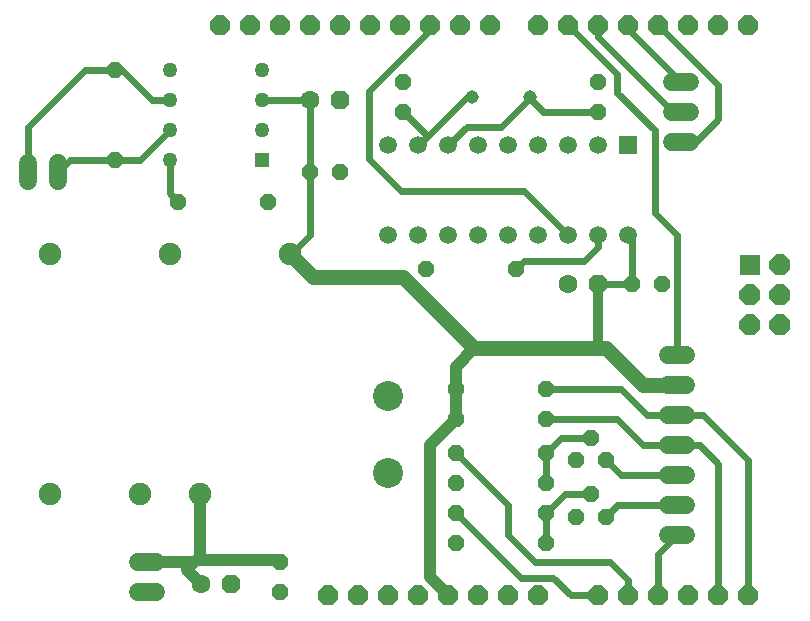
<source format=gbr>
G04 EAGLE Gerber RS-274X export*
G75*
%MOMM*%
%FSLAX34Y34*%
%LPD*%
%INTop Copper*%
%IPPOS*%
%AMOC8*
5,1,8,0,0,1.08239X$1,22.5*%
G01*
%ADD10C,1.524000*%
%ADD11C,1.900000*%
%ADD12P,1.429621X8X292.500000*%
%ADD13P,1.429621X8X112.500000*%
%ADD14P,1.814519X8X22.500000*%
%ADD15P,1.924489X8X22.500000*%
%ADD16R,1.778000X1.778000*%
%ADD17P,1.429621X8X202.500000*%
%ADD18C,1.600200*%
%ADD19P,1.732040X8X22.500000*%
%ADD20R,1.498600X1.498600*%
%ADD21C,1.498600*%
%ADD22P,1.429621X8X22.500000*%
%ADD23C,1.138000*%
%ADD24C,2.540000*%
%ADD25R,1.267000X1.267000*%
%ADD26C,1.267000*%
%ADD27C,0.609600*%
%ADD28C,1.016000*%
%ADD29C,1.270000*%
%ADD30C,0.812800*%


D10*
X146050Y27940D02*
X130810Y27940D01*
X130810Y53340D02*
X146050Y53340D01*
D11*
X183750Y111525D03*
X132950Y111525D03*
X259950Y314725D03*
X158350Y314725D03*
X56750Y314725D03*
X56750Y111525D03*
D12*
X250825Y53975D03*
X250825Y28575D03*
D10*
X38100Y376555D02*
X38100Y391795D01*
X63500Y391795D02*
X63500Y376555D01*
D13*
X111125Y393700D03*
X111125Y469900D03*
D14*
X546100Y508000D03*
X520700Y25400D03*
X571500Y508000D03*
X596900Y508000D03*
X622300Y508000D03*
X647700Y508000D03*
X520700Y508000D03*
X495300Y508000D03*
X469900Y508000D03*
X429260Y508000D03*
X403860Y508000D03*
X378460Y508000D03*
X353060Y508000D03*
X327660Y508000D03*
X302260Y508000D03*
X276860Y508000D03*
X251460Y508000D03*
X546100Y25400D03*
X571500Y25400D03*
X596900Y25400D03*
X622300Y25400D03*
X647700Y25400D03*
X469900Y25400D03*
X444500Y25400D03*
X419100Y25400D03*
X393700Y25400D03*
X368300Y25400D03*
X342900Y25400D03*
X226060Y508000D03*
X200660Y508000D03*
X317500Y25400D03*
X292100Y25400D03*
D15*
X674370Y279400D03*
X648970Y279400D03*
D16*
X648970Y304800D03*
D15*
X674370Y304800D03*
X674370Y254000D03*
X648970Y254000D03*
D10*
X594995Y228600D02*
X579755Y228600D01*
X579755Y203200D02*
X594995Y203200D01*
X594995Y177800D02*
X579755Y177800D01*
X579755Y127000D02*
X594995Y127000D01*
X594995Y101600D02*
X579755Y101600D01*
X579755Y76200D02*
X594995Y76200D01*
X594995Y152400D02*
X579755Y152400D01*
X582930Y460375D02*
X598170Y460375D01*
X598170Y434975D02*
X582930Y434975D01*
X582930Y409575D02*
X598170Y409575D01*
D17*
X241300Y358775D03*
X165100Y358775D03*
D18*
X495300Y288925D03*
D19*
X520700Y288925D03*
D18*
X184150Y34925D03*
D19*
X209550Y34925D03*
D17*
X574675Y288925D03*
X549275Y288925D03*
D20*
X546100Y406400D03*
D21*
X520700Y406400D03*
X495300Y406400D03*
X469900Y406400D03*
X444500Y406400D03*
X419100Y406400D03*
X393700Y406400D03*
X368300Y406400D03*
X342900Y406400D03*
X342900Y330200D03*
X368300Y330200D03*
X393700Y330200D03*
X419100Y330200D03*
X444500Y330200D03*
X469900Y330200D03*
X495300Y330200D03*
X520700Y330200D03*
X546100Y330200D03*
D18*
X276225Y444500D03*
D19*
X301625Y444500D03*
D22*
X276225Y384175D03*
X301625Y384175D03*
D23*
X413750Y447675D03*
X462550Y447675D03*
D17*
X450850Y301625D03*
X374650Y301625D03*
D24*
X342900Y194425D03*
X342900Y129425D03*
D25*
X235900Y393700D03*
D26*
X235900Y419100D03*
X235900Y444500D03*
X235900Y469900D03*
X157800Y469900D03*
X157800Y444500D03*
X157800Y419100D03*
X157800Y393700D03*
D22*
X400050Y200025D03*
X476250Y200025D03*
X400050Y174625D03*
X476250Y174625D03*
X400050Y69850D03*
X476250Y69850D03*
X400050Y120650D03*
X476250Y120650D03*
X527050Y139700D03*
X514350Y158750D03*
X501650Y139700D03*
X527050Y92075D03*
X514350Y111125D03*
X501650Y92075D03*
D17*
X476250Y95250D03*
X400050Y95250D03*
X476250Y146050D03*
X400050Y146050D03*
D13*
X355600Y434975D03*
X355600Y460375D03*
D12*
X520700Y460375D03*
X520700Y434975D03*
D27*
X378460Y504535D02*
X378460Y508000D01*
X326644Y394632D02*
X353357Y367919D01*
X326644Y394632D02*
X326644Y452719D01*
X378460Y504535D01*
X353357Y367919D02*
X457581Y367919D01*
X495300Y330200D01*
X520700Y330200D02*
X520700Y320675D01*
X508889Y308864D01*
X458089Y308864D01*
X450850Y301625D01*
D28*
X178435Y53340D02*
X138430Y53340D01*
X172085Y46990D02*
X184150Y34925D01*
X172085Y46990D02*
X178435Y53340D01*
X180575Y55480D01*
X183750Y55480D02*
X183750Y111525D01*
X183750Y55480D02*
X180575Y55480D01*
X183750Y55480D02*
X249320Y55480D01*
X250825Y53975D01*
D27*
X235900Y444500D02*
X276225Y444500D01*
X276225Y384175D01*
X276225Y331000D01*
D29*
X279285Y295390D02*
X355018Y295390D01*
X393466Y256941D01*
D28*
X400050Y200025D02*
X400050Y174625D01*
X377825Y152400D01*
X377825Y41275D01*
X393700Y25400D01*
D29*
X402991Y247416D02*
X393466Y256941D01*
X402991Y247416D02*
X415691Y234716D01*
D27*
X549275Y288925D02*
X549275Y327025D01*
X546100Y330200D01*
X549275Y288925D02*
X520700Y288925D01*
D29*
X520700Y234716D02*
X415691Y234716D01*
X520700Y234716D02*
X527284Y234716D01*
X558800Y203200D01*
X587375Y203200D01*
D30*
X520700Y234716D02*
X520700Y288925D01*
D28*
X400050Y219075D02*
X400050Y200025D01*
X400050Y219075D02*
X415691Y234716D01*
D29*
X279285Y295390D02*
X259950Y314725D01*
D27*
X263525Y318300D02*
X276225Y331000D01*
X263525Y318300D02*
X263525Y317500D01*
X260750Y314725D01*
X259950Y314725D01*
X157800Y366075D02*
X157800Y393700D01*
X157800Y366075D02*
X165100Y358775D01*
X132400Y393700D02*
X111125Y393700D01*
X132400Y393700D02*
X157800Y419100D01*
X111125Y393700D02*
X73025Y393700D01*
X63500Y384175D01*
X142875Y444500D02*
X117475Y469900D01*
X111125Y469900D01*
X142875Y444500D02*
X157800Y444500D01*
X111125Y469900D02*
X85725Y469900D01*
X38100Y422275D01*
X38100Y384175D01*
X527050Y139700D02*
X539750Y127000D01*
X587375Y127000D01*
X536575Y101600D02*
X527050Y92075D01*
X536575Y101600D02*
X587375Y101600D01*
X476250Y95250D02*
X476250Y69850D01*
X476250Y95250D02*
X492125Y111125D01*
X514350Y111125D01*
X476250Y120650D02*
X476250Y146050D01*
X488950Y158750D01*
X514350Y158750D01*
X546100Y38100D02*
X546100Y25400D01*
X546100Y38100D02*
X530225Y53975D01*
X466725Y53975D01*
X444500Y76200D01*
X444500Y101600D01*
X400050Y146050D01*
X622300Y457200D02*
X571500Y508000D01*
X622300Y457200D02*
X622300Y428625D01*
X603250Y409575D01*
X590550Y409575D01*
X536575Y466725D02*
X495300Y508000D01*
X568325Y419100D02*
X568325Y349250D01*
X587375Y330200D02*
X587375Y228600D01*
X587375Y330200D02*
X568325Y349250D01*
X536575Y450850D02*
X536575Y466725D01*
X536575Y450850D02*
X568325Y419100D01*
X520700Y25400D02*
X497443Y25400D01*
X454914Y40386D02*
X400050Y95250D01*
X482457Y40386D02*
X497443Y25400D01*
X482457Y40386D02*
X454914Y40386D01*
X606425Y152400D02*
X622300Y136525D01*
X622300Y25400D01*
X606425Y152400D02*
X587375Y152400D01*
X558800Y152400D01*
X536575Y174625D01*
X476250Y174625D01*
X647700Y139700D02*
X647700Y25400D01*
X647700Y139700D02*
X609600Y177800D01*
X587375Y177800D01*
X561975Y177800D01*
X539750Y200025D01*
X476250Y200025D01*
X584200Y434975D02*
X520700Y498475D01*
X520700Y508000D01*
X584200Y434975D02*
X590550Y434975D01*
X546100Y504825D02*
X546100Y508000D01*
X546100Y504825D02*
X590550Y460375D01*
X571500Y60325D02*
X571500Y25400D01*
X571500Y60325D02*
X587375Y76200D01*
X368300Y406400D02*
X376238Y414338D01*
X409575Y447675D01*
X413750Y447675D01*
X376238Y414338D02*
X355600Y434975D01*
X393700Y406400D02*
X409575Y422275D01*
X438150Y422275D01*
X462550Y446675D01*
X462550Y447675D01*
X474250Y434975D02*
X520700Y434975D01*
X474250Y434975D02*
X462550Y446675D01*
M02*

</source>
